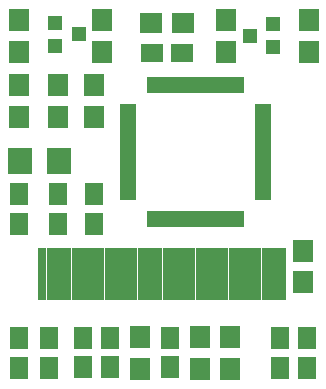
<source format=gts>
G04 #@! TF.FileFunction,Soldermask,Top*
%FSLAX46Y46*%
G04 Gerber Fmt 4.6, Leading zero omitted, Abs format (unit mm)*
G04 Created by KiCad (PCBNEW 4.0.7-e2-6376~58~ubuntu16.04.1) date Fri Jun 15 00:43:23 2018*
%MOMM*%
%LPD*%
G01*
G04 APERTURE LIST*
%ADD10C,0.100000*%
%ADD11R,1.400000X0.650000*%
%ADD12R,0.650000X1.400000*%
%ADD13R,1.700000X1.900000*%
%ADD14R,0.750000X4.400000*%
%ADD15R,1.650000X1.900000*%
%ADD16R,1.900000X1.650000*%
%ADD17R,2.150000X2.200000*%
%ADD18R,1.300000X1.200000*%
%ADD19R,1.900000X1.700000*%
G04 APERTURE END LIST*
D10*
D11*
X106220000Y-92556000D03*
X106220000Y-93056000D03*
X106220000Y-93556000D03*
X106220000Y-94056000D03*
X106220000Y-94556000D03*
X106220000Y-95056000D03*
X106220000Y-95556000D03*
X106220000Y-96056000D03*
X106220000Y-96556000D03*
X106220000Y-97056000D03*
X106220000Y-97556000D03*
X106220000Y-98056000D03*
X106220000Y-98556000D03*
X106220000Y-99056000D03*
X106220000Y-99556000D03*
X106220000Y-100056000D03*
D12*
X108170000Y-102006000D03*
X108670000Y-102006000D03*
X109170000Y-102006000D03*
X109670000Y-102006000D03*
X110170000Y-102006000D03*
X110670000Y-102006000D03*
X111170000Y-102006000D03*
X111670000Y-102006000D03*
X112170000Y-102006000D03*
X112670000Y-102006000D03*
X113170000Y-102006000D03*
X113670000Y-102006000D03*
X114170000Y-102006000D03*
X114670000Y-102006000D03*
X115170000Y-102006000D03*
X115670000Y-102006000D03*
D11*
X117620000Y-100056000D03*
X117620000Y-99556000D03*
X117620000Y-99056000D03*
X117620000Y-98556000D03*
X117620000Y-98056000D03*
X117620000Y-97556000D03*
X117620000Y-97056000D03*
X117620000Y-96556000D03*
X117620000Y-96056000D03*
X117620000Y-95556000D03*
X117620000Y-95056000D03*
X117620000Y-94556000D03*
X117620000Y-94056000D03*
X117620000Y-93556000D03*
X117620000Y-93056000D03*
X117620000Y-92556000D03*
D12*
X115670000Y-90606000D03*
X115170000Y-90606000D03*
X114670000Y-90606000D03*
X114170000Y-90606000D03*
X113670000Y-90606000D03*
X113170000Y-90606000D03*
X112670000Y-90606000D03*
X112170000Y-90606000D03*
X111670000Y-90606000D03*
X111170000Y-90606000D03*
X110670000Y-90606000D03*
X110170000Y-90606000D03*
X109670000Y-90606000D03*
X109170000Y-90606000D03*
X108670000Y-90606000D03*
X108170000Y-90606000D03*
D13*
X112276000Y-114634000D03*
X112276000Y-111934000D03*
D14*
X98950000Y-106650000D03*
X99650000Y-106650000D03*
X100350000Y-106650000D03*
X101050000Y-106650000D03*
X101750000Y-106650000D03*
X102450000Y-106650000D03*
X103150000Y-106650000D03*
X103850000Y-106650000D03*
X104550000Y-106650000D03*
X105250000Y-106650000D03*
X105950000Y-106650000D03*
X106650000Y-106650000D03*
X107350000Y-106650000D03*
X108050000Y-106650000D03*
X108750000Y-106650000D03*
X109450000Y-106650000D03*
X110150000Y-106650000D03*
X110850000Y-106650000D03*
X111550000Y-106650000D03*
X112250000Y-106650000D03*
X112950000Y-106650000D03*
X113650000Y-106650000D03*
X114350000Y-106650000D03*
X115050000Y-106650000D03*
X115750000Y-106650000D03*
X116450000Y-106650000D03*
X117150000Y-106650000D03*
X117850000Y-106650000D03*
X118550000Y-106650000D03*
X119250000Y-106650000D03*
D15*
X96934000Y-112074000D03*
X96934000Y-114574000D03*
X103284000Y-99882000D03*
X103284000Y-102382000D03*
D16*
X108250000Y-87900000D03*
X110750000Y-87900000D03*
D15*
X96934000Y-99882000D03*
X96934000Y-102382000D03*
X100236000Y-99882000D03*
X100236000Y-102382000D03*
X99474000Y-112074000D03*
X99474000Y-114574000D03*
X119032000Y-112074000D03*
X119032000Y-114574000D03*
X121318000Y-112074000D03*
X121318000Y-114574000D03*
D13*
X96934000Y-90638000D03*
X96934000Y-93338000D03*
X100236000Y-90638000D03*
X100236000Y-93338000D03*
X103284000Y-93338000D03*
X103284000Y-90638000D03*
X121000000Y-104650000D03*
X121000000Y-107350000D03*
D17*
X97087000Y-97068000D03*
X100337000Y-97068000D03*
D15*
X102370000Y-114534000D03*
X102370000Y-112034000D03*
X104656000Y-114534000D03*
X104656000Y-112034000D03*
X109736000Y-114534000D03*
X109736000Y-112034000D03*
D13*
X114816000Y-114634000D03*
X114816000Y-111934000D03*
X107196000Y-111934000D03*
X107196000Y-114634000D03*
D18*
X118500000Y-87400000D03*
X118500000Y-85500000D03*
X116500000Y-86450000D03*
X100000000Y-85400000D03*
X100000000Y-87300000D03*
X102000000Y-86350000D03*
D13*
X121500000Y-85150000D03*
X121500000Y-87850000D03*
X97000000Y-87850000D03*
X97000000Y-85150000D03*
D19*
X108150000Y-85400000D03*
X110850000Y-85400000D03*
D13*
X104000000Y-85150000D03*
X104000000Y-87850000D03*
X114500000Y-87850000D03*
X114500000Y-85150000D03*
M02*

</source>
